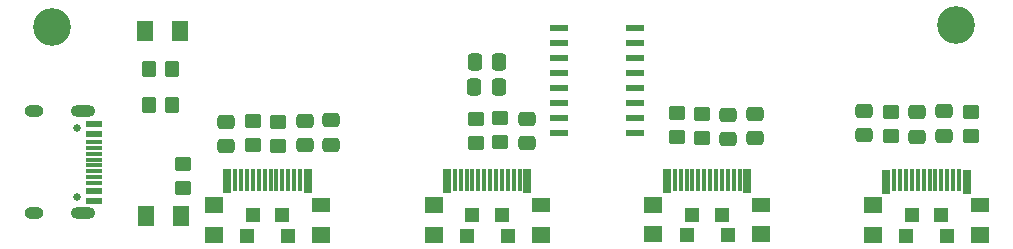
<source format=gbr>
%TF.GenerationSoftware,KiCad,Pcbnew,(7.0.0-0)*%
%TF.CreationDate,2023-12-09T12:43:24+01:00*%
%TF.ProjectId,USB 2.0 Hub,55534220-322e-4302-9048-75622e6b6963,v1.2*%
%TF.SameCoordinates,Original*%
%TF.FileFunction,Soldermask,Top*%
%TF.FilePolarity,Negative*%
%FSLAX46Y46*%
G04 Gerber Fmt 4.6, Leading zero omitted, Abs format (unit mm)*
G04 Created by KiCad (PCBNEW (7.0.0-0)) date 2023-12-09 12:43:24*
%MOMM*%
%LPD*%
G01*
G04 APERTURE LIST*
G04 Aperture macros list*
%AMRoundRect*
0 Rectangle with rounded corners*
0 $1 Rounding radius*
0 $2 $3 $4 $5 $6 $7 $8 $9 X,Y pos of 4 corners*
0 Add a 4 corners polygon primitive as box body*
4,1,4,$2,$3,$4,$5,$6,$7,$8,$9,$2,$3,0*
0 Add four circle primitives for the rounded corners*
1,1,$1+$1,$2,$3*
1,1,$1+$1,$4,$5*
1,1,$1+$1,$6,$7*
1,1,$1+$1,$8,$9*
0 Add four rect primitives between the rounded corners*
20,1,$1+$1,$2,$3,$4,$5,0*
20,1,$1+$1,$4,$5,$6,$7,0*
20,1,$1+$1,$6,$7,$8,$9,0*
20,1,$1+$1,$8,$9,$2,$3,0*%
G04 Aperture macros list end*
%ADD10RoundRect,0.250000X-0.475000X0.337500X-0.475000X-0.337500X0.475000X-0.337500X0.475000X0.337500X0*%
%ADD11C,3.200000*%
%ADD12RoundRect,0.250000X0.450000X-0.350000X0.450000X0.350000X-0.450000X0.350000X-0.450000X-0.350000X0*%
%ADD13RoundRect,0.250000X0.350000X0.450000X-0.350000X0.450000X-0.350000X-0.450000X0.350000X-0.450000X0*%
%ADD14RoundRect,0.250001X-0.462499X-0.624999X0.462499X-0.624999X0.462499X0.624999X-0.462499X0.624999X0*%
%ADD15RoundRect,0.250000X-0.350000X-0.450000X0.350000X-0.450000X0.350000X0.450000X-0.350000X0.450000X0*%
%ADD16R,0.350000X1.900000*%
%ADD17R,1.500000X1.400000*%
%ADD18R,0.650000X2.100000*%
%ADD19R,1.200000X1.200000*%
%ADD20R,1.500000X1.300000*%
%ADD21RoundRect,0.250000X0.337500X0.475000X-0.337500X0.475000X-0.337500X-0.475000X0.337500X-0.475000X0*%
%ADD22RoundRect,0.250000X-0.337500X-0.475000X0.337500X-0.475000X0.337500X0.475000X-0.337500X0.475000X0*%
%ADD23RoundRect,0.137500X0.662500X0.137500X-0.662500X0.137500X-0.662500X-0.137500X0.662500X-0.137500X0*%
%ADD24RoundRect,0.250000X-0.450000X0.350000X-0.450000X-0.350000X0.450000X-0.350000X0.450000X0.350000X0*%
%ADD25RoundRect,0.250001X0.462499X0.624999X-0.462499X0.624999X-0.462499X-0.624999X0.462499X-0.624999X0*%
%ADD26C,0.650000*%
%ADD27R,1.450000X0.600000*%
%ADD28R,1.450000X0.300000*%
%ADD29O,2.100000X1.000000*%
%ADD30O,1.600000X1.000000*%
G04 APERTURE END LIST*
D10*
%TO.C,C4*%
X43080000Y8542500D03*
X43080000Y6467500D03*
%TD*%
%TO.C,C6*%
X33805000Y8267500D03*
X33805000Y6192500D03*
%TD*%
%TO.C,C10*%
X-4295000Y7667500D03*
X-4295000Y5592500D03*
%TD*%
D11*
%TO.C,H2*%
X-25720000Y15630000D03*
%TD*%
D12*
%TO.C,R11*%
X-14620000Y2030000D03*
X-14620000Y4030000D03*
%TD*%
D10*
%TO.C,C1*%
X49805000Y8492500D03*
X49805000Y6417500D03*
%TD*%
D13*
%TO.C,R1*%
X-15511000Y12077600D03*
X-17511000Y12077600D03*
%TD*%
D14*
%TO.C,D2*%
X-17770000Y-420000D03*
X-14795000Y-420000D03*
%TD*%
D12*
%TO.C,R6*%
X27180000Y6305000D03*
X27180000Y8305000D03*
%TD*%
D15*
%TO.C,R2*%
X-17495000Y9055000D03*
X-15495000Y9055000D03*
%TD*%
D16*
%TO.C,J2*%
X51104999Y2629999D03*
X49604999Y2629999D03*
X49104999Y2629999D03*
X48604999Y2629999D03*
X48104999Y2629999D03*
X46604999Y2629999D03*
X46104999Y2629999D03*
X45604999Y2629999D03*
X47104999Y2629999D03*
X47604999Y2629999D03*
X50104999Y2629999D03*
X50604999Y2629999D03*
D17*
X43804999Y529999D03*
X43804999Y-1969999D03*
D18*
X44954999Y2529999D03*
D19*
X46604999Y-2069999D03*
X47104999Y-319999D03*
X49604999Y-319999D03*
X50104999Y-2069999D03*
D18*
X51754999Y2529999D03*
D20*
X52904999Y529999D03*
D17*
X52904999Y-1969999D03*
%TD*%
D10*
%TO.C,C9*%
X-2045000Y7717500D03*
X-2045000Y5642500D03*
%TD*%
D11*
%TO.C,H1*%
X50855000Y15805000D03*
%TD*%
D10*
%TO.C,C11*%
X-10970000Y7592500D03*
X-10970000Y5517500D03*
%TD*%
%TO.C,C5*%
X47580000Y8417500D03*
X47580000Y6342500D03*
%TD*%
D21*
%TO.C,C2*%
X12180000Y12655000D03*
X10105000Y12655000D03*
%TD*%
D16*
%TO.C,J3*%
X32529999Y2679999D03*
X31029999Y2679999D03*
X30529999Y2679999D03*
X30029999Y2679999D03*
X29529999Y2679999D03*
X28029999Y2679999D03*
X27529999Y2679999D03*
X27029999Y2679999D03*
X28529999Y2679999D03*
X29029999Y2679999D03*
X31529999Y2679999D03*
X32029999Y2679999D03*
D17*
X25229999Y579999D03*
X25229999Y-1919999D03*
D18*
X26379999Y2579999D03*
D19*
X28029999Y-2019999D03*
X28529999Y-269999D03*
X31029999Y-269999D03*
X31529999Y-2019999D03*
D18*
X33179999Y2579999D03*
D20*
X34329999Y579999D03*
D17*
X34329999Y-1919999D03*
%TD*%
D10*
%TO.C,C8*%
X14480000Y7867500D03*
X14480000Y5792500D03*
%TD*%
D16*
%TO.C,J5*%
X-4694999Y2654999D03*
X-6194999Y2654999D03*
X-6694999Y2654999D03*
X-7194999Y2654999D03*
X-7694999Y2654999D03*
X-9194999Y2654999D03*
X-9694999Y2654999D03*
X-10194999Y2654999D03*
X-8694999Y2654999D03*
X-8194999Y2654999D03*
X-5694999Y2654999D03*
X-5194999Y2654999D03*
D17*
X-11994999Y554999D03*
X-11994999Y-1944999D03*
D18*
X-10844999Y2554999D03*
D19*
X-9194999Y-2044999D03*
X-8694999Y-294999D03*
X-6194999Y-294999D03*
X-5694999Y-2044999D03*
D18*
X-4044999Y2554999D03*
D20*
X-2894999Y554999D03*
D17*
X-2894999Y-1944999D03*
%TD*%
D22*
%TO.C,C3*%
X10055000Y10530000D03*
X12130000Y10530000D03*
%TD*%
D23*
%TO.C,U1*%
X23705000Y6685000D03*
X23705000Y7955000D03*
X23705000Y9225000D03*
X23705000Y10495000D03*
X23705000Y11765000D03*
X23705000Y13035000D03*
X23705000Y14305000D03*
X23705000Y15575000D03*
X17205000Y15575000D03*
X17205000Y14305000D03*
X17205000Y13035000D03*
X17205000Y11765000D03*
X17205000Y10495000D03*
X17205000Y9225000D03*
X17205000Y7955000D03*
X17205000Y6685000D03*
%TD*%
D12*
%TO.C,R4*%
X52155000Y6405000D03*
X52155000Y8405000D03*
%TD*%
%TO.C,R10*%
X-8695000Y5630000D03*
X-8695000Y7630000D03*
%TD*%
D24*
%TO.C,R3*%
X45355000Y8430000D03*
X45355000Y6430000D03*
%TD*%
%TO.C,R5*%
X29355000Y8230000D03*
X29355000Y6230000D03*
%TD*%
D25*
%TO.C,D1*%
X-14888500Y15267600D03*
X-17863500Y15267600D03*
%TD*%
D12*
%TO.C,R8*%
X10205000Y5805000D03*
X10205000Y7805000D03*
%TD*%
D24*
%TO.C,R9*%
X-6520000Y7555000D03*
X-6520000Y5555000D03*
%TD*%
D26*
%TO.C,J1*%
X-23605000Y7045000D03*
X-23605000Y1265000D03*
D27*
X-22159999Y7404999D03*
X-22159999Y6604999D03*
D28*
X-22159999Y5404999D03*
X-22159999Y4404999D03*
X-22159999Y3904999D03*
X-22159999Y2904999D03*
D27*
X-22159999Y1704999D03*
X-22159999Y904999D03*
X-22159999Y904999D03*
X-22159999Y1704999D03*
D28*
X-22159999Y2404999D03*
X-22159999Y3404999D03*
X-22159999Y4904999D03*
X-22159999Y5904999D03*
D27*
X-22159999Y6604999D03*
X-22159999Y7404999D03*
D29*
X-23074999Y8474999D03*
D30*
X-27254999Y8474999D03*
D29*
X-23074999Y-164999D03*
D30*
X-27254999Y-164999D03*
%TD*%
D10*
%TO.C,C7*%
X31580000Y8192500D03*
X31580000Y6117500D03*
%TD*%
D24*
%TO.C,R7*%
X12255000Y7880000D03*
X12255000Y5880000D03*
%TD*%
D16*
%TO.C,J4*%
X13904999Y2654999D03*
X12404999Y2654999D03*
X11904999Y2654999D03*
X11404999Y2654999D03*
X10904999Y2654999D03*
X9404999Y2654999D03*
X8904999Y2654999D03*
X8404999Y2654999D03*
X9904999Y2654999D03*
X10404999Y2654999D03*
X12904999Y2654999D03*
X13404999Y2654999D03*
D17*
X6604999Y554999D03*
X6604999Y-1944999D03*
D18*
X7754999Y2554999D03*
D19*
X9404999Y-2044999D03*
X9904999Y-294999D03*
X12404999Y-294999D03*
X12904999Y-2044999D03*
D18*
X14554999Y2554999D03*
D20*
X15704999Y554999D03*
D17*
X15704999Y-1944999D03*
%TD*%
M02*

</source>
